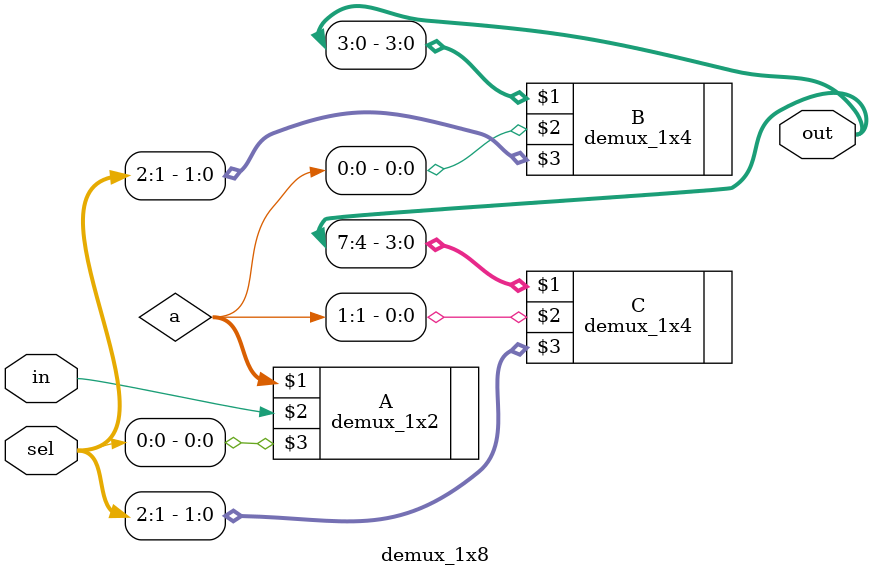
<source format=v>
`include "1x2demux.v"
`include "1x4demux.v"
module demux_1x8(output [7:0] out, input in, input [2:0] sel);
wire [1:0]a;
    demux_1x2 A(a[1:0],in,sel[0]);
    demux_1x4 B(out[3:0],a[0],sel[2:1]);
    demux_1x4 C(out[7:4],a[1],sel[2:1]);
endmodule

</source>
